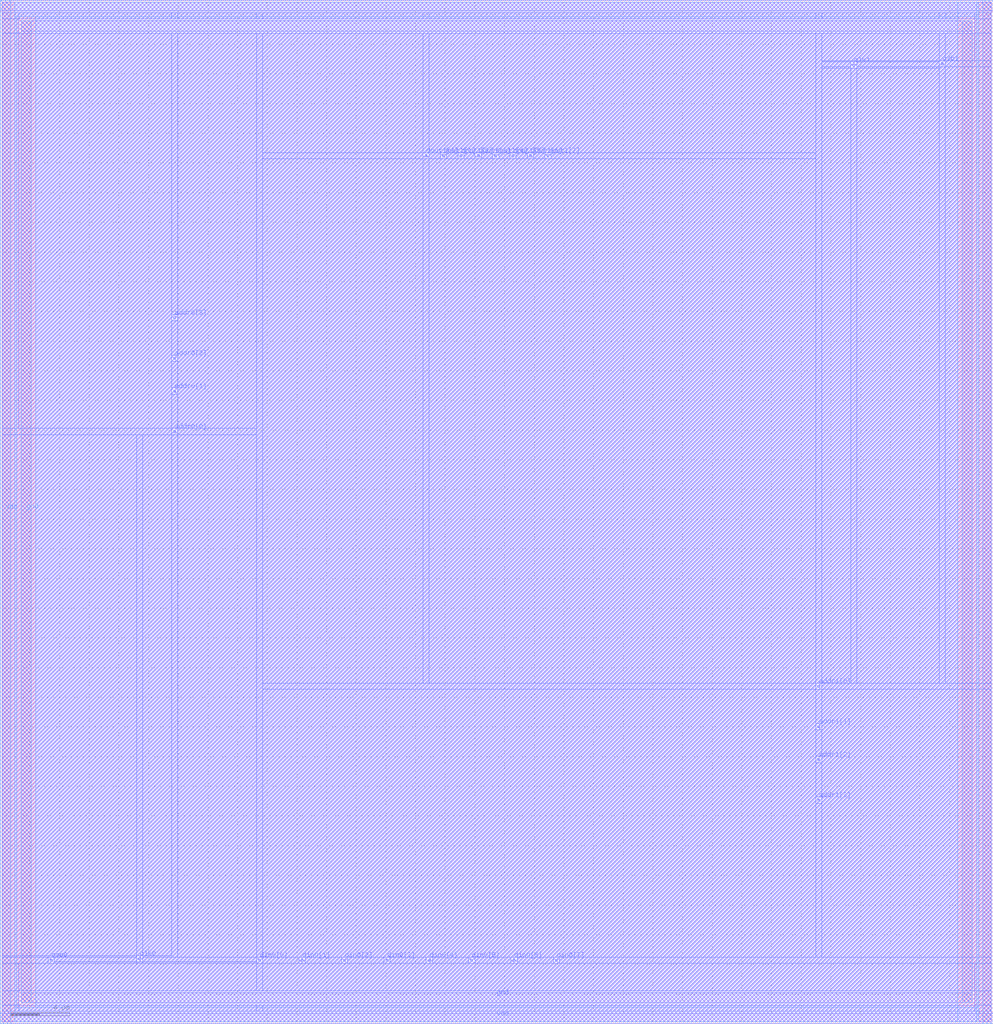
<source format=lef>
VERSION 5.4 ;
NAMESCASESENSITIVE ON ;
BUSBITCHARS "[]" ;
DIVIDERCHAR "/" ;
UNITS
  DATABASE MICRONS 2000 ;
END UNITS
MACRO sram_s2mm
   CLASS BLOCK ;
   SIZE 66.945 BY 68.97 ;
   SYMMETRY X Y R90 ;
   PIN din0[0]
      DIRECTION INPUT ;
      PORT
         LAYER metal3 ;
         RECT  17.42 4.2175 17.555 4.3525 ;
      END
   END din0[0]
   PIN din0[1]
      DIRECTION INPUT ;
      PORT
         LAYER metal3 ;
         RECT  20.28 4.2175 20.415 4.3525 ;
      END
   END din0[1]
   PIN din0[2]
      DIRECTION INPUT ;
      PORT
         LAYER metal3 ;
         RECT  23.14 4.2175 23.275 4.3525 ;
      END
   END din0[2]
   PIN din0[3]
      DIRECTION INPUT ;
      PORT
         LAYER metal3 ;
         RECT  26.0 4.2175 26.135 4.3525 ;
      END
   END din0[3]
   PIN din0[4]
      DIRECTION INPUT ;
      PORT
         LAYER metal3 ;
         RECT  28.86 4.2175 28.995 4.3525 ;
      END
   END din0[4]
   PIN din0[5]
      DIRECTION INPUT ;
      PORT
         LAYER metal3 ;
         RECT  31.72 4.2175 31.855 4.3525 ;
      END
   END din0[5]
   PIN din0[6]
      DIRECTION INPUT ;
      PORT
         LAYER metal3 ;
         RECT  34.58 4.2175 34.715 4.3525 ;
      END
   END din0[6]
   PIN din0[7]
      DIRECTION INPUT ;
      PORT
         LAYER metal3 ;
         RECT  37.44 4.2175 37.575 4.3525 ;
      END
   END din0[7]
   PIN addr0[0]
      DIRECTION INPUT ;
      PORT
         LAYER metal3 ;
         RECT  11.7 39.8375 11.835 39.9725 ;
      END
   END addr0[0]
   PIN addr0[1]
      DIRECTION INPUT ;
      PORT
         LAYER metal3 ;
         RECT  11.7 42.5675 11.835 42.7025 ;
      END
   END addr0[1]
   PIN addr0[2]
      DIRECTION INPUT ;
      PORT
         LAYER metal3 ;
         RECT  11.7 44.7775 11.835 44.9125 ;
      END
   END addr0[2]
   PIN addr0[3]
      DIRECTION INPUT ;
      PORT
         LAYER metal3 ;
         RECT  11.7 47.5075 11.835 47.6425 ;
      END
   END addr0[3]
   PIN addr1[0]
      DIRECTION INPUT ;
      PORT
         LAYER metal3 ;
         RECT  55.11 22.6775 55.245 22.8125 ;
      END
   END addr1[0]
   PIN addr1[1]
      DIRECTION INPUT ;
      PORT
         LAYER metal3 ;
         RECT  55.11 19.9475 55.245 20.0825 ;
      END
   END addr1[1]
   PIN addr1[2]
      DIRECTION INPUT ;
      PORT
         LAYER metal3 ;
         RECT  55.11 17.7375 55.245 17.8725 ;
      END
   END addr1[2]
   PIN addr1[3]
      DIRECTION INPUT ;
      PORT
         LAYER metal3 ;
         RECT  55.11 15.0075 55.245 15.1425 ;
      END
   END addr1[3]
   PIN csb0
      DIRECTION INPUT ;
      PORT
         LAYER metal3 ;
         RECT  3.365 4.2175 3.5 4.3525 ;
      END
   END csb0
   PIN csb1
      DIRECTION INPUT ;
      PORT
         LAYER metal3 ;
         RECT  63.445 64.6175 63.58 64.7525 ;
      END
   END csb1
   PIN clk0
      DIRECTION INPUT ;
      PORT
         LAYER metal3 ;
         RECT  9.3275 4.3025 9.4625 4.4375 ;
      END
   END clk0
   PIN clk1
      DIRECTION INPUT ;
      PORT
         LAYER metal3 ;
         RECT  57.4825 64.5325 57.6175 64.6675 ;
      END
   END clk1
   PIN dout1[0]
      DIRECTION OUTPUT ;
      PORT
         LAYER metal3 ;
         RECT  28.635 58.415 28.77 58.55 ;
      END
   END dout1[0]
   PIN dout1[1]
      DIRECTION OUTPUT ;
      PORT
         LAYER metal3 ;
         RECT  29.81 58.415 29.945 58.55 ;
      END
   END dout1[1]
   PIN dout1[2]
      DIRECTION OUTPUT ;
      PORT
         LAYER metal3 ;
         RECT  30.985 58.415 31.12 58.55 ;
      END
   END dout1[2]
   PIN dout1[3]
      DIRECTION OUTPUT ;
      PORT
         LAYER metal3 ;
         RECT  32.16 58.415 32.295 58.55 ;
      END
   END dout1[3]
   PIN dout1[4]
      DIRECTION OUTPUT ;
      PORT
         LAYER metal3 ;
         RECT  33.335 58.415 33.47 58.55 ;
      END
   END dout1[4]
   PIN dout1[5]
      DIRECTION OUTPUT ;
      PORT
         LAYER metal3 ;
         RECT  34.51 58.415 34.645 58.55 ;
      END
   END dout1[5]
   PIN dout1[6]
      DIRECTION OUTPUT ;
      PORT
         LAYER metal3 ;
         RECT  35.685 58.415 35.82 58.55 ;
      END
   END dout1[6]
   PIN dout1[7]
      DIRECTION OUTPUT ;
      PORT
         LAYER metal3 ;
         RECT  36.86 58.415 36.995 58.55 ;
      END
   END dout1[7]
   PIN vdd
      DIRECTION INOUT ;
      USE POWER ; 
      SHAPE ABUTMENT ; 
      PORT
         LAYER metal3 ;
         RECT  0.0 68.27 66.945 68.97 ;
         LAYER metal4 ;
         RECT  66.245 0.0 66.945 68.97 ;
         LAYER metal3 ;
         RECT  0.0 0.0 66.945 0.7 ;
         LAYER metal4 ;
         RECT  0.0 0.0 0.7 68.97 ;
      END
   END vdd
   PIN gnd
      DIRECTION INOUT ;
      USE GROUND ; 
      SHAPE ABUTMENT ; 
      PORT
         LAYER metal4 ;
         RECT  64.845 1.4 65.545 67.57 ;
         LAYER metal3 ;
         RECT  1.4 66.87 65.545 67.57 ;
         LAYER metal4 ;
         RECT  1.4 1.4 2.1 67.57 ;
         LAYER metal3 ;
         RECT  1.4 1.4 65.545 2.1 ;
      END
   END gnd
   OBS
   LAYER  metal1 ;
      RECT  0.14 0.14 66.805 68.83 ;
   LAYER  metal2 ;
      RECT  0.14 0.14 66.805 68.83 ;
   LAYER  metal3 ;
      RECT  17.695 4.0775 20.14 4.4925 ;
      RECT  20.555 4.0775 23.0 4.4925 ;
      RECT  23.415 4.0775 25.86 4.4925 ;
      RECT  26.275 4.0775 28.72 4.4925 ;
      RECT  29.135 4.0775 31.58 4.4925 ;
      RECT  31.995 4.0775 34.44 4.4925 ;
      RECT  34.855 4.0775 37.3 4.4925 ;
      RECT  37.715 4.0775 66.805 4.4925 ;
      RECT  0.14 39.6975 11.56 40.1125 ;
      RECT  11.56 4.4925 11.975 39.6975 ;
      RECT  11.975 4.4925 17.28 39.6975 ;
      RECT  11.975 39.6975 17.28 40.1125 ;
      RECT  11.56 40.1125 11.975 42.4275 ;
      RECT  11.56 42.8425 11.975 44.6375 ;
      RECT  11.56 45.0525 11.975 47.3675 ;
      RECT  17.695 4.4925 54.97 22.5375 ;
      RECT  17.695 22.5375 54.97 22.9525 ;
      RECT  55.385 4.4925 66.805 22.5375 ;
      RECT  55.385 22.5375 66.805 22.9525 ;
      RECT  54.97 20.2225 55.385 22.5375 ;
      RECT  54.97 18.0125 55.385 19.8075 ;
      RECT  54.97 4.4925 55.385 14.8675 ;
      RECT  54.97 15.2825 55.385 17.5975 ;
      RECT  0.14 4.0775 3.225 4.4925 ;
      RECT  63.305 22.9525 63.72 64.4775 ;
      RECT  63.72 22.9525 66.805 64.4775 ;
      RECT  63.72 64.4775 66.805 64.8925 ;
      RECT  0.14 4.4925 9.1875 4.5775 ;
      RECT  0.14 4.5775 9.1875 39.6975 ;
      RECT  9.1875 4.5775 9.6025 39.6975 ;
      RECT  9.6025 4.4925 11.56 4.5775 ;
      RECT  9.6025 4.5775 11.56 39.6975 ;
      RECT  3.64 4.0775 9.1875 4.1625 ;
      RECT  3.64 4.1625 9.1875 4.4925 ;
      RECT  9.1875 4.0775 9.6025 4.1625 ;
      RECT  9.6025 4.0775 17.28 4.1625 ;
      RECT  9.6025 4.1625 17.28 4.4925 ;
      RECT  55.385 22.9525 57.3425 64.3925 ;
      RECT  55.385 64.3925 57.3425 64.4775 ;
      RECT  57.3425 22.9525 57.7575 64.3925 ;
      RECT  57.7575 22.9525 63.305 64.3925 ;
      RECT  57.7575 64.3925 63.305 64.4775 ;
      RECT  55.385 64.4775 57.3425 64.8075 ;
      RECT  55.385 64.8075 57.3425 64.8925 ;
      RECT  57.3425 64.8075 57.7575 64.8925 ;
      RECT  57.7575 64.4775 63.305 64.8075 ;
      RECT  57.7575 64.8075 63.305 64.8925 ;
      RECT  17.695 22.9525 28.495 58.275 ;
      RECT  17.695 58.275 28.495 58.69 ;
      RECT  28.495 22.9525 28.91 58.275 ;
      RECT  28.91 22.9525 54.97 58.275 ;
      RECT  28.91 58.275 29.67 58.69 ;
      RECT  30.085 58.275 30.845 58.69 ;
      RECT  31.26 58.275 32.02 58.69 ;
      RECT  32.435 58.275 33.195 58.69 ;
      RECT  33.61 58.275 34.37 58.69 ;
      RECT  34.785 58.275 35.545 58.69 ;
      RECT  35.96 58.275 36.72 58.69 ;
      RECT  37.135 58.275 54.97 58.69 ;
      RECT  17.28 4.4925 17.695 66.73 ;
      RECT  17.28 67.71 17.695 68.13 ;
      RECT  0.14 40.1125 1.26 66.73 ;
      RECT  0.14 66.73 1.26 67.71 ;
      RECT  0.14 67.71 1.26 68.13 ;
      RECT  1.26 40.1125 11.56 66.73 ;
      RECT  1.26 67.71 11.56 68.13 ;
      RECT  11.975 40.1125 17.28 66.73 ;
      RECT  11.975 67.71 17.28 68.13 ;
      RECT  11.56 47.7825 11.975 66.73 ;
      RECT  11.56 67.71 11.975 68.13 ;
      RECT  54.97 22.9525 55.385 66.73 ;
      RECT  54.97 67.71 55.385 68.13 ;
      RECT  55.385 64.8925 63.305 66.73 ;
      RECT  55.385 67.71 63.305 68.13 ;
      RECT  63.305 64.8925 63.72 66.73 ;
      RECT  63.305 67.71 63.72 68.13 ;
      RECT  63.72 64.8925 65.685 66.73 ;
      RECT  63.72 67.71 65.685 68.13 ;
      RECT  65.685 64.8925 66.805 66.73 ;
      RECT  65.685 66.73 66.805 67.71 ;
      RECT  65.685 67.71 66.805 68.13 ;
      RECT  17.695 58.69 28.495 66.73 ;
      RECT  17.695 67.71 28.495 68.13 ;
      RECT  28.495 58.69 28.91 66.73 ;
      RECT  28.495 67.71 28.91 68.13 ;
      RECT  28.91 58.69 54.97 66.73 ;
      RECT  28.91 67.71 54.97 68.13 ;
      RECT  0.14 0.84 1.26 1.26 ;
      RECT  0.14 1.26 1.26 2.24 ;
      RECT  0.14 2.24 1.26 4.0775 ;
      RECT  1.26 0.84 17.28 1.26 ;
      RECT  1.26 2.24 17.28 4.0775 ;
      RECT  17.28 0.84 17.695 1.26 ;
      RECT  17.28 2.24 17.695 4.0775 ;
      RECT  17.695 0.84 65.685 1.26 ;
      RECT  17.695 2.24 65.685 4.0775 ;
      RECT  65.685 0.84 66.805 1.26 ;
      RECT  65.685 1.26 66.805 2.24 ;
      RECT  65.685 2.24 66.805 4.0775 ;
   LAYER  metal4 ;
      RECT  0.98 0.14 64.565 1.12 ;
      RECT  0.98 67.85 64.565 68.83 ;
      RECT  64.565 0.14 65.825 1.12 ;
      RECT  64.565 67.85 65.825 68.83 ;
      RECT  65.825 0.14 65.965 1.12 ;
      RECT  65.825 1.12 65.965 67.85 ;
      RECT  65.825 67.85 65.965 68.83 ;
      RECT  0.98 1.12 1.12 67.85 ;
      RECT  2.38 1.12 64.565 67.85 ;
   END
END    sram_s2mm
END    LIBRARY

</source>
